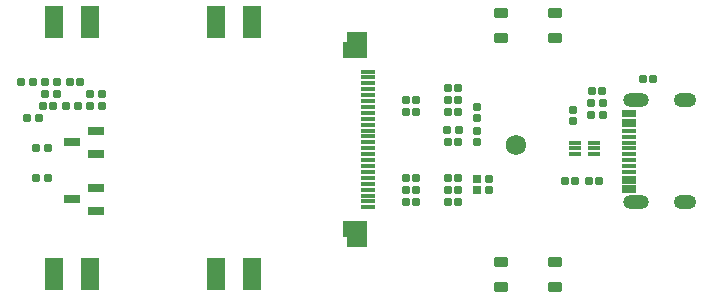
<source format=gts>
G04 Layer: TopSolderMaskLayer*
G04 EasyEDA v6.5.39, 2023-12-28 21:15:06*
G04 35ff57de02ea422eb169f7c644e1f47a,fc83978cdc934b7da63e149a84a413c2,10*
G04 Gerber Generator version 0.2*
G04 Scale: 100 percent, Rotated: No, Reflected: No *
G04 Dimensions in millimeters *
G04 leading zeros omitted , absolute positions ,4 integer and 5 decimal *
%FSLAX45Y45*%
%MOMM*%

%AMMACRO1*1,1,$1,$2,$3*1,1,$1,$4,$5*1,1,$1,0-$2,0-$3*1,1,$1,0-$4,0-$5*20,1,$1,$2,$3,$4,$5,0*20,1,$1,$4,$5,0-$2,0-$3,0*20,1,$1,0-$2,0-$3,0-$4,0-$5,0*20,1,$1,0-$4,0-$5,$2,$3,0*4,1,4,$2,$3,$4,$5,0-$2,0-$3,0-$4,0-$5,$2,$3,0*%
%ADD10C,1.7257*%
%ADD11MACRO1,0.1016X-0.2828X-0.27X-0.2828X0.27*%
%ADD12MACRO1,0.1016X0.2828X-0.27X0.2828X0.27*%
%ADD13MACRO1,0.1016X-0.27X0.2828X0.27X0.2828*%
%ADD14MACRO1,0.1016X-0.27X-0.2828X0.27X-0.2828*%
%ADD15R,1.2516X0.4016*%
%ADD16O,2.2015958X1.2015978000000003*%
%ADD17O,1.9015964X1.2015978000000003*%
%ADD18MACRO1,0.1016X0.2828X-0.27X-0.2828X-0.27*%
%ADD19MACRO1,0.1016X-0.2828X0.27X0.2828X0.27*%
%ADD20MACRO1,0.1016X0.4249X-0.15X-0.4249X-0.15*%
%ADD21R,0.6416X0.6673*%
%ADD22MACRO1,0.1016X0.2828X0.27X0.2828X-0.27*%
%ADD23MACRO1,0.1016X-0.2828X0.27X-0.2828X-0.27*%
%ADD24MACRO1,0.1016X-0.55X0.15X0.55X0.15*%
%ADD25MACRO1,0.1016X-0.8X0.4X0.8X0.4*%
%ADD26MACRO1,0.1016X-0.975X0.65X0.975X0.65*%
%ADD27MACRO1,0.1016X-0.8X0.4001X0.8X0.4001*%
%ADD28MACRO1,0.1016X-0.5X0.35X0.5X0.35*%
%ADD29MACRO1,0.1016X0.7499X1.3X0.7499X-1.3*%
%ADD30MACRO1,0.1016X0.5999X-0.325X-0.5999X-0.325*%
%ADD31R,1.6015X2.7015*%

%LPD*%
D10*
G01*
X5816600Y-1600200D03*
D11*
G01*
X5326482Y-1320800D03*
D12*
G01*
X5239917Y-1320800D03*
D13*
G01*
X6299200Y-1389482D03*
D14*
G01*
X6299200Y-1302917D03*
D11*
G01*
X6545682Y-1143000D03*
D12*
G01*
X6459117Y-1143000D03*
D11*
G01*
X6520282Y-1905000D03*
D12*
G01*
X6433717Y-1905000D03*
D11*
G01*
X6317082Y-1905000D03*
D12*
G01*
X6230517Y-1905000D03*
D15*
G01*
X6773189Y-1315999D03*
G01*
X6773189Y-1345996D03*
G01*
X6773164Y-1396009D03*
G01*
X6773164Y-1426006D03*
G01*
X6773189Y-1475994D03*
G01*
X6773087Y-1526032D03*
G01*
X6773189Y-1575993D03*
G01*
X6773189Y-1626006D03*
G01*
X6773189Y-1675993D03*
G01*
X6773189Y-1726006D03*
G01*
X6773189Y-1775993D03*
G01*
X6773087Y-1826006D03*
G01*
X6773189Y-1875993D03*
G01*
X6773189Y-1905990D03*
G01*
X6773189Y-1956003D03*
G01*
X6773189Y-1986000D03*
D16*
G01*
X6829704Y-2083003D03*
G01*
X6829704Y-1218996D03*
D17*
G01*
X7247712Y-1218996D03*
G01*
X7247712Y-2083003D03*
D18*
G01*
X2006600Y-1270000D03*
G01*
X2108200Y-1270000D03*
G01*
X1752600Y-1625600D03*
G01*
X1854200Y-1625600D03*
G01*
X1828800Y-1168400D03*
G01*
X1930400Y-1168400D03*
G01*
X1828800Y-1066800D03*
G01*
X1930400Y-1066800D03*
D19*
G01*
X6553200Y-1346200D03*
G01*
X6451600Y-1346200D03*
G01*
X6553200Y-1244600D03*
G01*
X6451600Y-1244600D03*
D20*
G01*
X6480809Y-1675612D03*
G01*
X6480809Y-1625600D03*
G01*
X6480809Y-1575587D03*
G01*
X6320790Y-1575587D03*
G01*
X6320790Y-1625600D03*
G01*
X6320790Y-1675612D03*
D21*
G01*
X5486400Y-1887118D03*
G01*
X5486400Y-1973681D03*
D13*
G01*
X5486400Y-1567282D03*
D14*
G01*
X5486400Y-1480717D03*
D22*
G01*
X6890917Y-1041400D03*
D23*
G01*
X6977482Y-1041400D03*
D19*
G01*
X1727200Y-1066800D03*
G01*
X1625600Y-1066800D03*
G01*
X5334000Y-1473200D03*
G01*
X5232400Y-1473200D03*
D18*
G01*
X2209800Y-1270000D03*
G01*
X2311400Y-1270000D03*
G01*
X2209800Y-1168400D03*
G01*
X2311400Y-1168400D03*
D22*
G01*
X5239917Y-1219200D03*
D23*
G01*
X5326482Y-1219200D03*
D11*
G01*
X4970882Y-1320800D03*
D12*
G01*
X4884317Y-1320800D03*
D11*
G01*
X4970882Y-1879600D03*
D12*
G01*
X4884317Y-1879600D03*
D22*
G01*
X5239917Y-1117600D03*
D23*
G01*
X5326482Y-1117600D03*
D22*
G01*
X4884317Y-1219200D03*
D23*
G01*
X4970882Y-1219200D03*
D13*
G01*
X5486400Y-1364082D03*
D14*
G01*
X5486400Y-1277517D03*
D11*
G01*
X1897482Y-1270000D03*
D12*
G01*
X1810917Y-1270000D03*
D22*
G01*
X5239917Y-1574800D03*
D23*
G01*
X5326482Y-1574800D03*
D22*
G01*
X5239917Y-1879600D03*
D23*
G01*
X5326482Y-1879600D03*
D22*
G01*
X5239917Y-1981200D03*
D23*
G01*
X5326482Y-1981200D03*
D22*
G01*
X5239917Y-2082800D03*
D23*
G01*
X5326482Y-2082800D03*
D22*
G01*
X4884317Y-2082800D03*
D23*
G01*
X4970882Y-2082800D03*
D22*
G01*
X4884317Y-1981200D03*
D23*
G01*
X4970882Y-1981200D03*
D13*
G01*
X5588000Y-1973682D03*
D14*
G01*
X5588000Y-1887117D03*
D24*
G01*
X4567199Y-974394D03*
G01*
X4567199Y-1024407D03*
G01*
X4567199Y-1074394D03*
G01*
X4567199Y-1124407D03*
G01*
X4567199Y-1174394D03*
G01*
X4567199Y-1224407D03*
G01*
X4567199Y-1274394D03*
G01*
X4567199Y-1324406D03*
G01*
X4567199Y-1374394D03*
G01*
X4567199Y-1424406D03*
G01*
X4567199Y-1474393D03*
G01*
X4567199Y-1524406D03*
G01*
X4567199Y-1574393D03*
G01*
X4567199Y-1624406D03*
G01*
X4567199Y-1674393D03*
G01*
X4567199Y-1724406D03*
G01*
X4567199Y-1774393D03*
G01*
X4567199Y-1824405D03*
G01*
X4567199Y-1874392D03*
G01*
X4567199Y-1924405D03*
G01*
X4567199Y-1974392D03*
G01*
X4567199Y-2024405D03*
G01*
X4567199Y-2074392D03*
G01*
X4567199Y-2124405D03*
D25*
G01*
X4472203Y-684403D03*
D26*
G01*
X4454702Y-789406D03*
G01*
X4454702Y-2309393D03*
D27*
G01*
X4472203Y-2414397D03*
D28*
G01*
X5693206Y-476707D03*
G01*
X6143193Y-476707D03*
G01*
X5693206Y-691692D03*
G01*
X6143193Y-691692D03*
G01*
X5693206Y-2584907D03*
G01*
X6143193Y-2584907D03*
G01*
X5693206Y-2799892D03*
G01*
X6143193Y-2799892D03*
D18*
G01*
X1752600Y-1879600D03*
G01*
X1854200Y-1879600D03*
G01*
X1676400Y-1371600D03*
G01*
X1778000Y-1371600D03*
D29*
G01*
X3278987Y-2692400D03*
G01*
X3579012Y-2692400D03*
G01*
X1907387Y-2692400D03*
G01*
X2207412Y-2692400D03*
D30*
G01*
X2264003Y-2153412D03*
G01*
X2264003Y-1961388D03*
G01*
X2053996Y-2057400D03*
D31*
G01*
X3579012Y-558800D03*
G01*
X3278987Y-558800D03*
G01*
X2207412Y-558800D03*
G01*
X1907387Y-558800D03*
D30*
G01*
X2264003Y-1670812D03*
G01*
X2264003Y-1478788D03*
G01*
X2053996Y-1574800D03*
D11*
G01*
X2126082Y-1066800D03*
D12*
G01*
X2039517Y-1066800D03*
M02*

</source>
